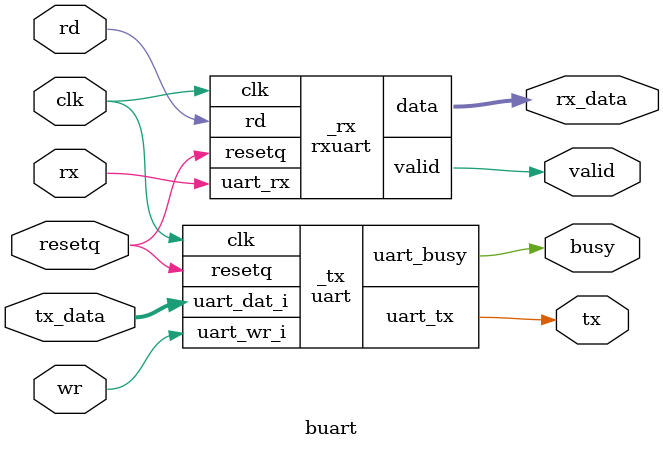
<source format=v>

`default_nettype none

`define CLKFREQ   12000000    // frequency of incoming signal 'clk'
`define BAUD      115200


module baudgen(
  input wire clk,
  output wire ser_clk);

  localparam lim = (`CLKFREQ / `BAUD) - 1; 
  localparam w = $clog2(lim);
  wire [w-1:0] limit = lim;
  reg [w-1:0] counter;
  assign ser_clk = (counter == limit);

  always @(posedge clk)
    counter <= ser_clk ? 0 : (counter + 1);
endmodule

// For receiver, a similar baud generator.
//
// Need to restart the counter when the transmission starts
// Generate 2X the baud rate to allow sampling on bit boundary
// So ser_clk pulses at 2*115200 Hz

module baudgen2(
  input wire clk,
  input wire restart,
  output wire ser_clk);

  localparam lim = (`CLKFREQ / (2 * `BAUD)) - 1; 
  localparam w = $clog2(lim);
  wire [w-1:0] limit = lim;
  reg [w-1:0] counter;
  assign ser_clk = (counter == limit);

  always @(posedge clk)
    if (restart)
      counter <= 0;
    else
      counter <= ser_clk ? 0 : (counter + 1);

endmodule

/*

-----+     +-----+-----+-----+-----+-----+-----+-----+-----+-----+-----+----
     |     |     |     |     |     |     |     |     |     |     |     |
     |start|  1  |  2  |  3  |  4  |  5  |  6  |  7  |  8  |stop1|stop2|
     |     |     |     |     |     |     |     |     |     |     |  ?  |
     +-----+-----+-----+-----+-----+-----+-----+-----+-----+           +

*/

module uart(
   input wire clk,
   input wire resetq,

   output wire uart_busy,       // High means UART is transmitting
   output reg uart_tx,          // UART transmit wire

   input wire uart_wr_i,        // Raise to transmit byte
   input wire [7:0] uart_dat_i
);
  reg [3:0] bitcount;           // 0 means idle, so this is a 1-based counter
  reg [8:0] shifter;

  assign uart_busy = |bitcount;
  wire sending = |bitcount;

  wire ser_clk;

  baudgen _baudgen(
    .clk(clk),
    .ser_clk(ser_clk));

  always @(negedge resetq or posedge clk)
  begin
    if (!resetq) begin
      uart_tx <= 1;
      bitcount <= 0;
      shifter <= 0;
    end else begin
      if (uart_wr_i) begin
        { shifter, uart_tx } <= { uart_dat_i[7:0], 1'b0, 1'b1 };
        bitcount <= 1 + 8 + 1;    // 1 start, 8 data, 1 stop
      end else if (ser_clk & sending) begin
        { shifter, uart_tx } <= { 1'b1, shifter };
        bitcount <= bitcount - 4'd1;
      end
    end
  end

endmodule

module rxuart(
   input wire clk,
   input wire resetq,
   input wire uart_rx,      // UART recv wire
   input wire rd,           // read strobe
   output wire valid,       // has data 
   output wire [7:0] data); // data
  reg [4:0] bitcount;
  reg [7:0] shifter;

  // bitcount == 11111: idle
  //             0-17:  sampling incoming bits
  //             18:    character received

  // On starting edge, wait 3 half-bits then sample, and sample every 2 bits thereafter

  wire idle = &bitcount;

   

  assign valid = (bitcount == 18);

  

  wire sample;
  reg [2:0] hh = 3'b111;
  wire [2:0] hhN = {hh[1:0], uart_rx};
  wire startbit = idle & (hhN[2:1] == 2'b10);
  wire [7:0] shifterN = sample ? {hh[1], shifter[7:1]} : shifter;

  wire ser_clk;

  baudgen2 _baudgen(
    .clk(clk),
    .restart(startbit),
    .ser_clk(ser_clk));

  reg [4:0] bitcountN;
  always @*
    if (startbit)
      bitcountN = 0;
    else if (!idle & !valid & ser_clk)
      bitcountN = bitcount + 5'd1;
    else if (valid & rd)
      bitcountN = 5'b11111;
    else
      bitcountN = bitcount;

  // 3,5,7,9,11,13,15,17
  assign sample = (|bitcount[4:1]) & bitcount[0] & ser_clk;
   
  assign data = shifter;

  always @(negedge resetq or posedge clk)
  begin
    if (!resetq) begin
      hh <= 3'b111;
      bitcount <= 5'b11111;
      shifter <= 0;
    end else begin
      hh <= hhN;
      bitcount <= bitcountN;
      shifter <= shifterN;
    end
  end
endmodule

module buart(
   input wire clk,
   input wire resetq,
   input wire rx,           // recv wire
   output wire tx,          // xmit wire
   input wire rd,           // read strobe
   input wire wr,           // write strobe
   output wire valid,       // has recv data 
   output wire busy,        // is transmitting
   input wire [7:0] tx_data,
   output wire [7:0] rx_data // data
);
  rxuart _rx (
     .clk(clk),
     .resetq(resetq),
     .uart_rx(rx),
     .rd(rd),
     .valid(valid),
     .data(rx_data));
  uart _tx (
     .clk(clk),
     .resetq(resetq),
     .uart_busy(busy),
     .uart_tx(tx),
     .uart_wr_i(wr),
     .uart_dat_i(tx_data));
endmodule

</source>
